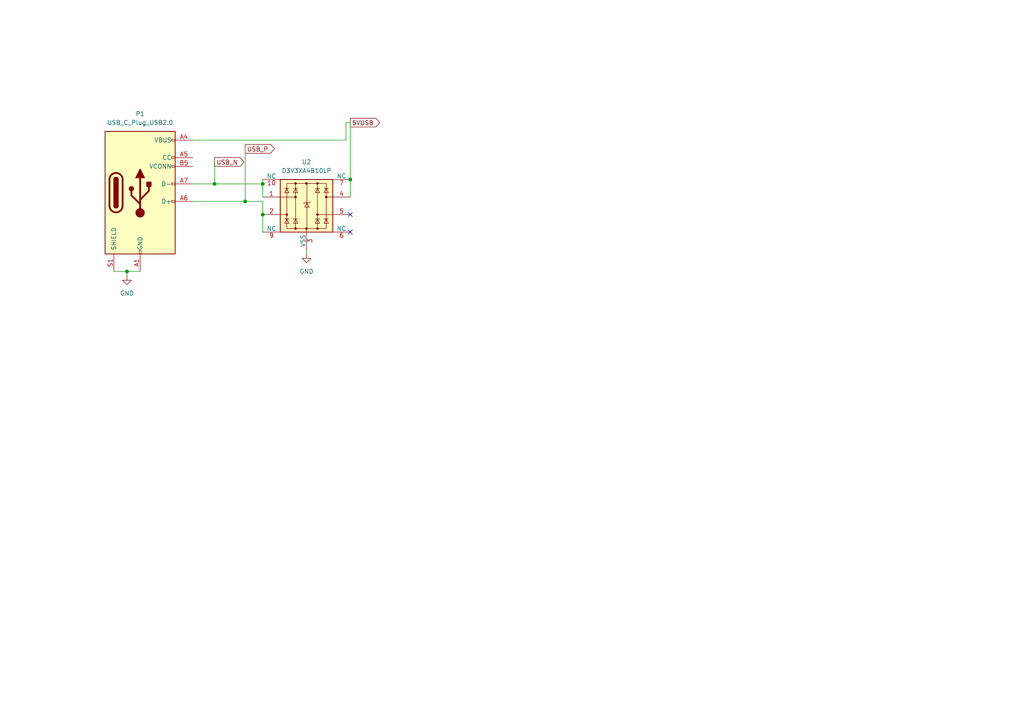
<source format=kicad_sch>
(kicad_sch
	(version 20231120)
	(generator "eeschema")
	(generator_version "8.0")
	(uuid "ae7d1ef1-cad0-4a43-b76d-450695bfb3d5")
	(paper "A4")
	(lib_symbols
		(symbol "Connector:USB_C_Plug_USB2.0"
			(pin_names
				(offset 1.016)
			)
			(exclude_from_sim no)
			(in_bom yes)
			(on_board yes)
			(property "Reference" "P"
				(at -10.16 19.05 0)
				(effects
					(font
						(size 1.27 1.27)
					)
					(justify left)
				)
			)
			(property "Value" "USB_C_Plug_USB2.0"
				(at 12.7 19.05 0)
				(effects
					(font
						(size 1.27 1.27)
					)
					(justify right)
				)
			)
			(property "Footprint" ""
				(at 3.81 0 0)
				(effects
					(font
						(size 1.27 1.27)
					)
					(hide yes)
				)
			)
			(property "Datasheet" "https://www.usb.org/sites/default/files/documents/usb_type-c.zip"
				(at 3.81 0 0)
				(effects
					(font
						(size 1.27 1.27)
					)
					(hide yes)
				)
			)
			(property "Description" "USB 2.0-only Type-C Plug connector"
				(at 0 0 0)
				(effects
					(font
						(size 1.27 1.27)
					)
					(hide yes)
				)
			)
			(property "ki_keywords" "usb universal serial bus type-C USB2.0"
				(at 0 0 0)
				(effects
					(font
						(size 1.27 1.27)
					)
					(hide yes)
				)
			)
			(property "ki_fp_filters" "USB*C*Plug*"
				(at 0 0 0)
				(effects
					(font
						(size 1.27 1.27)
					)
					(hide yes)
				)
			)
			(symbol "USB_C_Plug_USB2.0_0_0"
				(rectangle
					(start -0.254 -17.78)
					(end 0.254 -16.764)
					(stroke
						(width 0)
						(type default)
					)
					(fill
						(type none)
					)
				)
				(rectangle
					(start 10.16 -2.286)
					(end 9.144 -2.794)
					(stroke
						(width 0)
						(type default)
					)
					(fill
						(type none)
					)
				)
				(rectangle
					(start 10.16 2.794)
					(end 9.144 2.286)
					(stroke
						(width 0)
						(type default)
					)
					(fill
						(type none)
					)
				)
				(rectangle
					(start 10.16 7.874)
					(end 9.144 7.366)
					(stroke
						(width 0)
						(type default)
					)
					(fill
						(type none)
					)
				)
				(rectangle
					(start 10.16 10.414)
					(end 9.144 9.906)
					(stroke
						(width 0)
						(type default)
					)
					(fill
						(type none)
					)
				)
				(rectangle
					(start 10.16 15.494)
					(end 9.144 14.986)
					(stroke
						(width 0)
						(type default)
					)
					(fill
						(type none)
					)
				)
			)
			(symbol "USB_C_Plug_USB2.0_0_1"
				(rectangle
					(start -10.16 17.78)
					(end 10.16 -17.78)
					(stroke
						(width 0.254)
						(type default)
					)
					(fill
						(type background)
					)
				)
				(arc
					(start -8.89 -3.81)
					(mid -6.985 -5.7067)
					(end -5.08 -3.81)
					(stroke
						(width 0.508)
						(type default)
					)
					(fill
						(type none)
					)
				)
				(arc
					(start -7.62 -3.81)
					(mid -6.985 -4.4423)
					(end -6.35 -3.81)
					(stroke
						(width 0.254)
						(type default)
					)
					(fill
						(type none)
					)
				)
				(arc
					(start -7.62 -3.81)
					(mid -6.985 -4.4423)
					(end -6.35 -3.81)
					(stroke
						(width 0.254)
						(type default)
					)
					(fill
						(type outline)
					)
				)
				(rectangle
					(start -7.62 -3.81)
					(end -6.35 3.81)
					(stroke
						(width 0.254)
						(type default)
					)
					(fill
						(type outline)
					)
				)
				(arc
					(start -6.35 3.81)
					(mid -6.985 4.4423)
					(end -7.62 3.81)
					(stroke
						(width 0.254)
						(type default)
					)
					(fill
						(type none)
					)
				)
				(arc
					(start -6.35 3.81)
					(mid -6.985 4.4423)
					(end -7.62 3.81)
					(stroke
						(width 0.254)
						(type default)
					)
					(fill
						(type outline)
					)
				)
				(arc
					(start -5.08 3.81)
					(mid -6.985 5.7067)
					(end -8.89 3.81)
					(stroke
						(width 0.508)
						(type default)
					)
					(fill
						(type none)
					)
				)
				(circle
					(center -2.54 1.143)
					(radius 0.635)
					(stroke
						(width 0.254)
						(type default)
					)
					(fill
						(type outline)
					)
				)
				(circle
					(center 0 -5.842)
					(radius 1.27)
					(stroke
						(width 0)
						(type default)
					)
					(fill
						(type outline)
					)
				)
				(polyline
					(pts
						(xy -8.89 -3.81) (xy -8.89 3.81)
					)
					(stroke
						(width 0.508)
						(type default)
					)
					(fill
						(type none)
					)
				)
				(polyline
					(pts
						(xy -5.08 3.81) (xy -5.08 -3.81)
					)
					(stroke
						(width 0.508)
						(type default)
					)
					(fill
						(type none)
					)
				)
				(polyline
					(pts
						(xy 0 -5.842) (xy 0 4.318)
					)
					(stroke
						(width 0.508)
						(type default)
					)
					(fill
						(type none)
					)
				)
				(polyline
					(pts
						(xy 0 -3.302) (xy -2.54 -0.762) (xy -2.54 0.508)
					)
					(stroke
						(width 0.508)
						(type default)
					)
					(fill
						(type none)
					)
				)
				(polyline
					(pts
						(xy 0 -2.032) (xy 2.54 0.508) (xy 2.54 1.778)
					)
					(stroke
						(width 0.508)
						(type default)
					)
					(fill
						(type none)
					)
				)
				(polyline
					(pts
						(xy -1.27 4.318) (xy 0 6.858) (xy 1.27 4.318) (xy -1.27 4.318)
					)
					(stroke
						(width 0.254)
						(type default)
					)
					(fill
						(type outline)
					)
				)
				(rectangle
					(start 1.905 1.778)
					(end 3.175 3.048)
					(stroke
						(width 0.254)
						(type default)
					)
					(fill
						(type outline)
					)
				)
			)
			(symbol "USB_C_Plug_USB2.0_1_1"
				(pin passive line
					(at 0 -22.86 90)
					(length 5.08)
					(name "GND"
						(effects
							(font
								(size 1.27 1.27)
							)
						)
					)
					(number "A1"
						(effects
							(font
								(size 1.27 1.27)
							)
						)
					)
				)
				(pin passive line
					(at 0 -22.86 90)
					(length 5.08) hide
					(name "GND"
						(effects
							(font
								(size 1.27 1.27)
							)
						)
					)
					(number "A12"
						(effects
							(font
								(size 1.27 1.27)
							)
						)
					)
				)
				(pin passive line
					(at 15.24 15.24 180)
					(length 5.08)
					(name "VBUS"
						(effects
							(font
								(size 1.27 1.27)
							)
						)
					)
					(number "A4"
						(effects
							(font
								(size 1.27 1.27)
							)
						)
					)
				)
				(pin bidirectional line
					(at 15.24 10.16 180)
					(length 5.08)
					(name "CC"
						(effects
							(font
								(size 1.27 1.27)
							)
						)
					)
					(number "A5"
						(effects
							(font
								(size 1.27 1.27)
							)
						)
					)
				)
				(pin bidirectional line
					(at 15.24 -2.54 180)
					(length 5.08)
					(name "D+"
						(effects
							(font
								(size 1.27 1.27)
							)
						)
					)
					(number "A6"
						(effects
							(font
								(size 1.27 1.27)
							)
						)
					)
				)
				(pin bidirectional line
					(at 15.24 2.54 180)
					(length 5.08)
					(name "D-"
						(effects
							(font
								(size 1.27 1.27)
							)
						)
					)
					(number "A7"
						(effects
							(font
								(size 1.27 1.27)
							)
						)
					)
				)
				(pin passive line
					(at 15.24 15.24 180)
					(length 5.08) hide
					(name "VBUS"
						(effects
							(font
								(size 1.27 1.27)
							)
						)
					)
					(number "A9"
						(effects
							(font
								(size 1.27 1.27)
							)
						)
					)
				)
				(pin passive line
					(at 0 -22.86 90)
					(length 5.08) hide
					(name "GND"
						(effects
							(font
								(size 1.27 1.27)
							)
						)
					)
					(number "B1"
						(effects
							(font
								(size 1.27 1.27)
							)
						)
					)
				)
				(pin passive line
					(at 0 -22.86 90)
					(length 5.08) hide
					(name "GND"
						(effects
							(font
								(size 1.27 1.27)
							)
						)
					)
					(number "B12"
						(effects
							(font
								(size 1.27 1.27)
							)
						)
					)
				)
				(pin passive line
					(at 15.24 15.24 180)
					(length 5.08) hide
					(name "VBUS"
						(effects
							(font
								(size 1.27 1.27)
							)
						)
					)
					(number "B4"
						(effects
							(font
								(size 1.27 1.27)
							)
						)
					)
				)
				(pin bidirectional line
					(at 15.24 7.62 180)
					(length 5.08)
					(name "VCONN"
						(effects
							(font
								(size 1.27 1.27)
							)
						)
					)
					(number "B5"
						(effects
							(font
								(size 1.27 1.27)
							)
						)
					)
				)
				(pin passive line
					(at 15.24 15.24 180)
					(length 5.08) hide
					(name "VBUS"
						(effects
							(font
								(size 1.27 1.27)
							)
						)
					)
					(number "B9"
						(effects
							(font
								(size 1.27 1.27)
							)
						)
					)
				)
				(pin passive line
					(at -7.62 -22.86 90)
					(length 5.08)
					(name "SHIELD"
						(effects
							(font
								(size 1.27 1.27)
							)
						)
					)
					(number "S1"
						(effects
							(font
								(size 1.27 1.27)
							)
						)
					)
				)
			)
		)
		(symbol "Power_Protection:D3V3XA4B10LP"
			(pin_names
				(offset 0)
			)
			(exclude_from_sim no)
			(in_bom yes)
			(on_board yes)
			(property "Reference" "U"
				(at -0.635 8.89 0)
				(effects
					(font
						(size 1.27 1.27)
					)
				)
			)
			(property "Value" "D3V3XA4B10LP"
				(at 8.89 -10.16 0)
				(effects
					(font
						(size 1.27 1.27)
					)
				)
			)
			(property "Footprint" "Package_DFN_QFN:Diodes_UDFN-10_1.0x2.5mm_P0.5mm"
				(at -24.13 -10.16 0)
				(effects
					(font
						(size 1.27 1.27)
					)
					(hide yes)
				)
			)
			(property "Datasheet" "https://www.diodes.com/assets/Datasheets/D3V3XA4B10LP.pdf"
				(at 0 0 0)
				(effects
					(font
						(size 1.27 1.27)
					)
					(hide yes)
				)
			)
			(property "Description" "4-Channel Low Capacitance TVS Diode Array, DFN-10"
				(at 0 0 0)
				(effects
					(font
						(size 1.27 1.27)
					)
					(hide yes)
				)
			)
			(property "ki_keywords" "ESD protection TVS"
				(at 0 0 0)
				(effects
					(font
						(size 1.27 1.27)
					)
					(hide yes)
				)
			)
			(property "ki_fp_filters" "Diodes*UDFN*1.0x2.5mm*P0.5mm*"
				(at 0 0 0)
				(effects
					(font
						(size 1.27 1.27)
					)
					(hide yes)
				)
			)
			(symbol "D3V3XA4B10LP_0_0"
				(rectangle
					(start -5.715 6.477)
					(end 5.715 -6.604)
					(stroke
						(width 0)
						(type default)
					)
					(fill
						(type none)
					)
				)
				(polyline
					(pts
						(xy -3.175 -6.604) (xy -3.175 6.477)
					)
					(stroke
						(width 0)
						(type default)
					)
					(fill
						(type none)
					)
				)
				(polyline
					(pts
						(xy 0.127 6.477) (xy 0.127 -6.604)
					)
					(stroke
						(width 0)
						(type default)
					)
					(fill
						(type none)
					)
				)
				(polyline
					(pts
						(xy 3.175 6.477) (xy 3.175 -6.604)
					)
					(stroke
						(width 0)
						(type default)
					)
					(fill
						(type none)
					)
				)
			)
			(symbol "D3V3XA4B10LP_0_1"
				(rectangle
					(start -7.62 7.62)
					(end 7.62 -7.62)
					(stroke
						(width 0.254)
						(type default)
					)
					(fill
						(type background)
					)
				)
				(circle
					(center -5.715 -2.54)
					(radius 0.2794)
					(stroke
						(width 0)
						(type default)
					)
					(fill
						(type outline)
					)
				)
				(circle
					(center -3.175 -6.604)
					(radius 0.2794)
					(stroke
						(width 0)
						(type default)
					)
					(fill
						(type outline)
					)
				)
				(circle
					(center -3.175 2.54)
					(radius 0.2794)
					(stroke
						(width 0)
						(type default)
					)
					(fill
						(type outline)
					)
				)
				(circle
					(center -3.175 6.477)
					(radius 0.2794)
					(stroke
						(width 0)
						(type default)
					)
					(fill
						(type outline)
					)
				)
				(circle
					(center 0 -6.604)
					(radius 0.2794)
					(stroke
						(width 0)
						(type default)
					)
					(fill
						(type outline)
					)
				)
				(polyline
					(pts
						(xy -7.747 2.54) (xy -3.175 2.54)
					)
					(stroke
						(width 0)
						(type default)
					)
					(fill
						(type none)
					)
				)
				(polyline
					(pts
						(xy -7.62 -2.54) (xy -5.715 -2.54)
					)
					(stroke
						(width 0)
						(type default)
					)
					(fill
						(type none)
					)
				)
				(polyline
					(pts
						(xy -5.08 -3.81) (xy -6.35 -3.81)
					)
					(stroke
						(width 0)
						(type default)
					)
					(fill
						(type none)
					)
				)
				(polyline
					(pts
						(xy -5.08 5.08) (xy -6.35 5.08)
					)
					(stroke
						(width 0)
						(type default)
					)
					(fill
						(type none)
					)
				)
				(polyline
					(pts
						(xy -2.54 -3.81) (xy -3.81 -3.81)
					)
					(stroke
						(width 0)
						(type default)
					)
					(fill
						(type none)
					)
				)
				(polyline
					(pts
						(xy -2.54 5.08) (xy -3.81 5.08)
					)
					(stroke
						(width 0)
						(type default)
					)
					(fill
						(type none)
					)
				)
				(polyline
					(pts
						(xy -0.508 0.889) (xy -0.889 0.635)
					)
					(stroke
						(width 0)
						(type default)
					)
					(fill
						(type none)
					)
				)
				(polyline
					(pts
						(xy 0 -6.604) (xy 0 -7.62)
					)
					(stroke
						(width 0)
						(type default)
					)
					(fill
						(type none)
					)
				)
				(polyline
					(pts
						(xy 0.762 0.889) (xy -0.508 0.889)
					)
					(stroke
						(width 0)
						(type default)
					)
					(fill
						(type none)
					)
				)
				(polyline
					(pts
						(xy 0.762 0.889) (xy 1.143 1.143)
					)
					(stroke
						(width 0)
						(type default)
					)
					(fill
						(type none)
					)
				)
				(polyline
					(pts
						(xy 3.81 -3.81) (xy 2.54 -3.81)
					)
					(stroke
						(width 0)
						(type default)
					)
					(fill
						(type none)
					)
				)
				(polyline
					(pts
						(xy 3.81 5.08) (xy 2.54 5.08)
					)
					(stroke
						(width 0)
						(type default)
					)
					(fill
						(type none)
					)
				)
				(polyline
					(pts
						(xy 6.35 -3.81) (xy 5.08 -3.81)
					)
					(stroke
						(width 0)
						(type default)
					)
					(fill
						(type none)
					)
				)
				(polyline
					(pts
						(xy 6.35 5.08) (xy 5.08 5.08)
					)
					(stroke
						(width 0)
						(type default)
					)
					(fill
						(type none)
					)
				)
				(polyline
					(pts
						(xy 7.62 -2.54) (xy 3.175 -2.54)
					)
					(stroke
						(width 0)
						(type default)
					)
					(fill
						(type none)
					)
				)
				(polyline
					(pts
						(xy 7.62 2.54) (xy 5.715 2.54)
					)
					(stroke
						(width 0)
						(type default)
					)
					(fill
						(type none)
					)
				)
				(polyline
					(pts
						(xy -5.08 -5.08) (xy -6.35 -5.08) (xy -5.715 -3.81) (xy -5.08 -5.08)
					)
					(stroke
						(width 0)
						(type default)
					)
					(fill
						(type none)
					)
				)
				(polyline
					(pts
						(xy -5.08 3.81) (xy -6.35 3.81) (xy -5.715 5.08) (xy -5.08 3.81)
					)
					(stroke
						(width 0)
						(type default)
					)
					(fill
						(type none)
					)
				)
				(polyline
					(pts
						(xy -2.54 -5.08) (xy -3.81 -5.08) (xy -3.175 -3.81) (xy -2.54 -5.08)
					)
					(stroke
						(width 0)
						(type default)
					)
					(fill
						(type none)
					)
				)
				(polyline
					(pts
						(xy -2.54 3.81) (xy -3.81 3.81) (xy -3.175 5.08) (xy -2.54 3.81)
					)
					(stroke
						(width 0)
						(type default)
					)
					(fill
						(type none)
					)
				)
				(polyline
					(pts
						(xy 0.762 -0.381) (xy -0.508 -0.381) (xy 0.127 0.889) (xy 0.762 -0.381)
					)
					(stroke
						(width 0)
						(type default)
					)
					(fill
						(type none)
					)
				)
				(polyline
					(pts
						(xy 3.81 -5.08) (xy 2.54 -5.08) (xy 3.175 -3.81) (xy 3.81 -5.08)
					)
					(stroke
						(width 0)
						(type default)
					)
					(fill
						(type none)
					)
				)
				(polyline
					(pts
						(xy 3.81 3.81) (xy 2.54 3.81) (xy 3.175 5.08) (xy 3.81 3.81)
					)
					(stroke
						(width 0)
						(type default)
					)
					(fill
						(type none)
					)
				)
				(polyline
					(pts
						(xy 6.35 -5.08) (xy 5.08 -5.08) (xy 5.715 -3.81) (xy 6.35 -5.08)
					)
					(stroke
						(width 0)
						(type default)
					)
					(fill
						(type none)
					)
				)
				(polyline
					(pts
						(xy 6.35 3.81) (xy 5.08 3.81) (xy 5.715 5.08) (xy 6.35 3.81)
					)
					(stroke
						(width 0)
						(type default)
					)
					(fill
						(type none)
					)
				)
				(circle
					(center 0 6.477)
					(radius 0.2794)
					(stroke
						(width 0)
						(type default)
					)
					(fill
						(type outline)
					)
				)
				(circle
					(center 3.175 -6.604)
					(radius 0.2794)
					(stroke
						(width 0)
						(type default)
					)
					(fill
						(type outline)
					)
				)
				(circle
					(center 3.175 -2.54)
					(radius 0.2794)
					(stroke
						(width 0)
						(type default)
					)
					(fill
						(type outline)
					)
				)
				(circle
					(center 3.175 6.477)
					(radius 0.2794)
					(stroke
						(width 0)
						(type default)
					)
					(fill
						(type outline)
					)
				)
				(circle
					(center 5.715 2.54)
					(radius 0.2794)
					(stroke
						(width 0)
						(type default)
					)
					(fill
						(type outline)
					)
				)
			)
			(symbol "D3V3XA4B10LP_1_1"
				(pin passive line
					(at -12.7 2.54 0)
					(length 5.08)
					(name "~"
						(effects
							(font
								(size 1.27 1.27)
							)
						)
					)
					(number "1"
						(effects
							(font
								(size 1.27 1.27)
							)
						)
					)
				)
				(pin free line
					(at -12.7 7.62 0)
					(length 5.08)
					(name "NC"
						(effects
							(font
								(size 1.27 1.27)
							)
						)
					)
					(number "10"
						(effects
							(font
								(size 1.27 1.27)
							)
						)
					)
				)
				(pin passive line
					(at -12.7 -2.54 0)
					(length 5.08)
					(name "~"
						(effects
							(font
								(size 1.27 1.27)
							)
						)
					)
					(number "2"
						(effects
							(font
								(size 1.27 1.27)
							)
						)
					)
				)
				(pin power_in line
					(at 0 -12.7 90)
					(length 5.08)
					(name "VSS"
						(effects
							(font
								(size 1.27 1.27)
							)
						)
					)
					(number "3"
						(effects
							(font
								(size 1.27 1.27)
							)
						)
					)
				)
				(pin passive line
					(at 12.7 2.54 180)
					(length 5.08)
					(name "~"
						(effects
							(font
								(size 1.27 1.27)
							)
						)
					)
					(number "4"
						(effects
							(font
								(size 1.27 1.27)
							)
						)
					)
				)
				(pin passive line
					(at 12.7 -2.54 180)
					(length 5.08)
					(name "~"
						(effects
							(font
								(size 1.27 1.27)
							)
						)
					)
					(number "5"
						(effects
							(font
								(size 1.27 1.27)
							)
						)
					)
				)
				(pin free line
					(at 12.7 -7.62 180)
					(length 5.08)
					(name "NC"
						(effects
							(font
								(size 1.27 1.27)
							)
						)
					)
					(number "6"
						(effects
							(font
								(size 1.27 1.27)
							)
						)
					)
				)
				(pin free line
					(at 12.7 7.62 180)
					(length 5.08)
					(name "NC"
						(effects
							(font
								(size 1.27 1.27)
							)
						)
					)
					(number "7"
						(effects
							(font
								(size 1.27 1.27)
							)
						)
					)
				)
				(pin passive line
					(at 0 -12.7 90)
					(length 5.08) hide
					(name "VSS"
						(effects
							(font
								(size 1.27 1.27)
							)
						)
					)
					(number "8"
						(effects
							(font
								(size 1.27 1.27)
							)
						)
					)
				)
				(pin free line
					(at -12.7 -7.62 0)
					(length 5.08)
					(name "NC"
						(effects
							(font
								(size 1.27 1.27)
							)
						)
					)
					(number "9"
						(effects
							(font
								(size 1.27 1.27)
							)
						)
					)
				)
			)
		)
		(symbol "power:GND"
			(power)
			(pin_numbers hide)
			(pin_names
				(offset 0) hide)
			(exclude_from_sim no)
			(in_bom yes)
			(on_board yes)
			(property "Reference" "#PWR"
				(at 0 -6.35 0)
				(effects
					(font
						(size 1.27 1.27)
					)
					(hide yes)
				)
			)
			(property "Value" "GND"
				(at 0 -3.81 0)
				(effects
					(font
						(size 1.27 1.27)
					)
				)
			)
			(property "Footprint" ""
				(at 0 0 0)
				(effects
					(font
						(size 1.27 1.27)
					)
					(hide yes)
				)
			)
			(property "Datasheet" ""
				(at 0 0 0)
				(effects
					(font
						(size 1.27 1.27)
					)
					(hide yes)
				)
			)
			(property "Description" "Power symbol creates a global label with name \"GND\" , ground"
				(at 0 0 0)
				(effects
					(font
						(size 1.27 1.27)
					)
					(hide yes)
				)
			)
			(property "ki_keywords" "global power"
				(at 0 0 0)
				(effects
					(font
						(size 1.27 1.27)
					)
					(hide yes)
				)
			)
			(symbol "GND_0_1"
				(polyline
					(pts
						(xy 0 0) (xy 0 -1.27) (xy 1.27 -1.27) (xy 0 -2.54) (xy -1.27 -1.27) (xy 0 -1.27)
					)
					(stroke
						(width 0)
						(type default)
					)
					(fill
						(type none)
					)
				)
			)
			(symbol "GND_1_1"
				(pin power_in line
					(at 0 0 270)
					(length 0)
					(name "~"
						(effects
							(font
								(size 1.27 1.27)
							)
						)
					)
					(number "1"
						(effects
							(font
								(size 1.27 1.27)
							)
						)
					)
				)
			)
		)
	)
	(junction
		(at 71.12 58.42)
		(diameter 0)
		(color 0 0 0 0)
		(uuid "01032871-2d50-4e59-8574-411c49b33f8c")
	)
	(junction
		(at 62.23 53.34)
		(diameter 0)
		(color 0 0 0 0)
		(uuid "09123b82-2b6c-48f4-abda-6498c55aa9a0")
	)
	(junction
		(at 36.83 78.74)
		(diameter 0)
		(color 0 0 0 0)
		(uuid "3ca908f0-1784-4e45-8eb2-d3e281ea5e74")
	)
	(junction
		(at 76.2 62.23)
		(diameter 0)
		(color 0 0 0 0)
		(uuid "4958f7f1-7466-4332-bde8-41d561a91490")
	)
	(junction
		(at 101.6 52.07)
		(diameter 0)
		(color 0 0 0 0)
		(uuid "7f561f20-093f-4a3f-85db-1cfbf2978608")
	)
	(junction
		(at 76.2 53.34)
		(diameter 0)
		(color 0 0 0 0)
		(uuid "feb292eb-b81d-4622-82e4-ef64b6391bce")
	)
	(no_connect
		(at 101.6 67.31)
		(uuid "21efd709-4e8e-4aeb-afd7-bfa41f0d068b")
	)
	(no_connect
		(at 101.6 62.23)
		(uuid "5f0e7f10-8472-4c3b-8aad-5b461bb9ff41")
	)
	(wire
		(pts
			(xy 36.83 78.74) (xy 40.64 78.74)
		)
		(stroke
			(width 0)
			(type default)
		)
		(uuid "00b1b776-f709-4fc5-b119-272ec1c10716")
	)
	(wire
		(pts
			(xy 36.83 78.74) (xy 36.83 80.01)
		)
		(stroke
			(width 0)
			(type default)
		)
		(uuid "2374b2a2-211a-42d8-b2c2-9570dec9bd82")
	)
	(wire
		(pts
			(xy 100.33 35.56) (xy 100.33 40.64)
		)
		(stroke
			(width 0)
			(type default)
		)
		(uuid "2fa7ce7a-1dcc-47be-b701-e8360d2ba4c1")
	)
	(wire
		(pts
			(xy 71.12 58.42) (xy 71.12 43.18)
		)
		(stroke
			(width 0)
			(type default)
		)
		(uuid "3ddbe9d0-2f96-494b-8f8f-a6fac9da5603")
	)
	(wire
		(pts
			(xy 55.88 58.42) (xy 71.12 58.42)
		)
		(stroke
			(width 0)
			(type default)
		)
		(uuid "5085b097-cf11-49d8-b03e-9226a7e7d2b0")
	)
	(wire
		(pts
			(xy 33.02 78.74) (xy 36.83 78.74)
		)
		(stroke
			(width 0)
			(type default)
		)
		(uuid "5c5390d6-d270-4861-bc74-e5b3298b237a")
	)
	(wire
		(pts
			(xy 76.2 53.34) (xy 76.2 57.15)
		)
		(stroke
			(width 0)
			(type default)
		)
		(uuid "62a62245-04ad-4f0a-9885-395081e68577")
	)
	(wire
		(pts
			(xy 71.12 58.42) (xy 76.2 58.42)
		)
		(stroke
			(width 0)
			(type default)
		)
		(uuid "786cf450-1538-4aec-91ec-869830c8195e")
	)
	(wire
		(pts
			(xy 100.33 35.56) (xy 101.6 35.56)
		)
		(stroke
			(width 0)
			(type default)
		)
		(uuid "7df00fe4-3b71-462b-908e-6124e21ad103")
	)
	(wire
		(pts
			(xy 100.33 40.64) (xy 55.88 40.64)
		)
		(stroke
			(width 0)
			(type default)
		)
		(uuid "8e174224-4a33-4032-a32d-37d1509ce147")
	)
	(wire
		(pts
			(xy 101.6 35.56) (xy 101.6 52.07)
		)
		(stroke
			(width 0)
			(type default)
		)
		(uuid "8e19cb09-9fe6-4a48-aa97-fdf2dd66cb58")
	)
	(wire
		(pts
			(xy 76.2 62.23) (xy 76.2 67.31)
		)
		(stroke
			(width 0)
			(type default)
		)
		(uuid "90d5528a-4413-4cd5-bcae-0021f3acf805")
	)
	(wire
		(pts
			(xy 62.23 53.34) (xy 76.2 53.34)
		)
		(stroke
			(width 0)
			(type default)
		)
		(uuid "9c0a5e74-06f8-4f99-90a7-7f4aec2dc816")
	)
	(wire
		(pts
			(xy 76.2 58.42) (xy 76.2 62.23)
		)
		(stroke
			(width 0)
			(type default)
		)
		(uuid "aad4d489-750b-4127-b7dd-d98eacef2e98")
	)
	(wire
		(pts
			(xy 62.23 53.34) (xy 62.23 46.99)
		)
		(stroke
			(width 0)
			(type default)
		)
		(uuid "abcda966-37ab-4c56-9076-7a0f49c9a1fe")
	)
	(wire
		(pts
			(xy 101.6 52.07) (xy 101.6 57.15)
		)
		(stroke
			(width 0)
			(type default)
		)
		(uuid "cd138500-ad49-4c2b-93b4-8f15d9871ed8")
	)
	(wire
		(pts
			(xy 88.9 72.39) (xy 88.9 73.66)
		)
		(stroke
			(width 0)
			(type default)
		)
		(uuid "d0998d74-c3fa-4096-ab70-3d687396fa5a")
	)
	(wire
		(pts
			(xy 76.2 52.07) (xy 76.2 53.34)
		)
		(stroke
			(width 0)
			(type default)
		)
		(uuid "f1ff995b-4600-40d4-8984-f76686e82bbf")
	)
	(wire
		(pts
			(xy 55.88 53.34) (xy 62.23 53.34)
		)
		(stroke
			(width 0)
			(type default)
		)
		(uuid "fd962ddd-6836-492d-861b-4eae363c545b")
	)
	(global_label "USB_P"
		(shape output)
		(at 71.12 43.18 0)
		(fields_autoplaced yes)
		(effects
			(font
				(size 1.27 1.27)
			)
			(justify left)
		)
		(uuid "7e80c09f-e5d8-4eef-8c80-fd66c520d062")
		(property "Intersheetrefs" "${INTERSHEET_REFS}"
			(at 80.1528 43.18 0)
			(effects
				(font
					(size 1.27 1.27)
				)
				(justify left)
				(hide yes)
			)
		)
	)
	(global_label "5VUSB"
		(shape output)
		(at 101.6 35.56 0)
		(fields_autoplaced yes)
		(effects
			(font
				(size 1.27 1.27)
			)
			(justify left)
		)
		(uuid "ecebf781-7b86-4bfa-b80f-dd5884919273")
		(property "Intersheetrefs" "${INTERSHEET_REFS}"
			(at 110.6933 35.56 0)
			(effects
				(font
					(size 1.27 1.27)
				)
				(justify left)
				(hide yes)
			)
		)
	)
	(global_label "USB_N"
		(shape output)
		(at 62.23 46.99 0)
		(fields_autoplaced yes)
		(effects
			(font
				(size 1.27 1.27)
			)
			(justify left)
		)
		(uuid "f3a45a67-3e3c-4a2e-b32f-823667f7114f")
		(property "Intersheetrefs" "${INTERSHEET_REFS}"
			(at 71.3233 46.99 0)
			(effects
				(font
					(size 1.27 1.27)
				)
				(justify left)
				(hide yes)
			)
		)
	)
	(symbol
		(lib_id "Power_Protection:D3V3XA4B10LP")
		(at 88.9 59.69 0)
		(unit 1)
		(exclude_from_sim no)
		(in_bom yes)
		(on_board yes)
		(dnp no)
		(fields_autoplaced yes)
		(uuid "3291b0f9-631b-43bc-89fb-be21ccb7b850")
		(property "Reference" "U2"
			(at 88.9 46.99 0)
			(effects
				(font
					(size 1.27 1.27)
				)
			)
		)
		(property "Value" "D3V3XA4B10LP"
			(at 88.9 49.53 0)
			(effects
				(font
					(size 1.27 1.27)
				)
			)
		)
		(property "Footprint" "Package_DFN_QFN:Diodes_UDFN-10_1.0x2.5mm_P0.5mm"
			(at 64.77 69.85 0)
			(effects
				(font
					(size 1.27 1.27)
				)
				(hide yes)
			)
		)
		(property "Datasheet" "https://www.diodes.com/assets/Datasheets/D3V3XA4B10LP.pdf"
			(at 88.9 59.69 0)
			(effects
				(font
					(size 1.27 1.27)
				)
				(hide yes)
			)
		)
		(property "Description" "4-Channel Low Capacitance TVS Diode Array, DFN-10"
			(at 88.9 59.69 0)
			(effects
				(font
					(size 1.27 1.27)
				)
				(hide yes)
			)
		)
		(pin "8"
			(uuid "681a2ac3-5e03-442f-b956-3715687767ea")
		)
		(pin "10"
			(uuid "24497601-59e5-40b4-8379-ba41de9d1666")
		)
		(pin "9"
			(uuid "54d499bb-55bb-4055-a986-343808da617f")
		)
		(pin "3"
			(uuid "7a14ad83-fda4-45ad-a7af-837d85d48ae5")
		)
		(pin "2"
			(uuid "cd3feddd-3c2f-49d2-acfc-4cae99a09b38")
		)
		(pin "4"
			(uuid "d8c38a2a-e383-407d-8a36-77311789c02c")
		)
		(pin "7"
			(uuid "4288f2cf-9b7d-4868-a3b9-16b42e21816d")
		)
		(pin "1"
			(uuid "b37f715f-7ab2-41c4-af63-47f93786437a")
		)
		(pin "5"
			(uuid "f03b3b90-3e5e-45e5-b210-fe91acb0b51f")
		)
		(pin "6"
			(uuid "7cd2f0e6-d626-40f0-b83a-0603c0e49444")
		)
		(instances
			(project "user_interface"
				(path "/dbda6aa2-3363-4ad8-9dd3-3dafe4c2ad57/51910a8c-c6d8-4329-be33-f5120616fac1"
					(reference "U2")
					(unit 1)
				)
			)
		)
	)
	(symbol
		(lib_id "power:GND")
		(at 36.83 80.01 0)
		(unit 1)
		(exclude_from_sim no)
		(in_bom yes)
		(on_board yes)
		(dnp no)
		(fields_autoplaced yes)
		(uuid "5f1b9ad7-8f0e-4aed-9aa1-25607bb07818")
		(property "Reference" "#PWR03"
			(at 36.83 86.36 0)
			(effects
				(font
					(size 1.27 1.27)
				)
				(hide yes)
			)
		)
		(property "Value" "GND"
			(at 36.83 85.09 0)
			(effects
				(font
					(size 1.27 1.27)
				)
			)
		)
		(property "Footprint" ""
			(at 36.83 80.01 0)
			(effects
				(font
					(size 1.27 1.27)
				)
				(hide yes)
			)
		)
		(property "Datasheet" ""
			(at 36.83 80.01 0)
			(effects
				(font
					(size 1.27 1.27)
				)
				(hide yes)
			)
		)
		(property "Description" "Power symbol creates a global label with name \"GND\" , ground"
			(at 36.83 80.01 0)
			(effects
				(font
					(size 1.27 1.27)
				)
				(hide yes)
			)
		)
		(pin "1"
			(uuid "14e4afe3-adac-4efa-aeba-0e96598a7ffe")
		)
		(instances
			(project "user_interface"
				(path "/dbda6aa2-3363-4ad8-9dd3-3dafe4c2ad57/51910a8c-c6d8-4329-be33-f5120616fac1"
					(reference "#PWR03")
					(unit 1)
				)
			)
		)
	)
	(symbol
		(lib_id "Connector:USB_C_Plug_USB2.0")
		(at 40.64 55.88 0)
		(unit 1)
		(exclude_from_sim no)
		(in_bom yes)
		(on_board yes)
		(dnp no)
		(fields_autoplaced yes)
		(uuid "c71feb6e-7911-46cd-bb00-3d1bd79f9589")
		(property "Reference" "P1"
			(at 40.64 33.02 0)
			(effects
				(font
					(size 1.27 1.27)
				)
			)
		)
		(property "Value" "USB_C_Plug_USB2.0"
			(at 40.64 35.56 0)
			(effects
				(font
					(size 1.27 1.27)
				)
			)
		)
		(property "Footprint" "Connector_USB:USB_C_Receptacle_GCT_USB4085"
			(at 44.45 55.88 0)
			(effects
				(font
					(size 1.27 1.27)
				)
				(hide yes)
			)
		)
		(property "Datasheet" "https://www.usb.org/sites/default/files/documents/usb_type-c.zip"
			(at 44.45 55.88 0)
			(effects
				(font
					(size 1.27 1.27)
				)
				(hide yes)
			)
		)
		(property "Description" "USB 2.0-only Type-C Plug connector"
			(at 40.64 55.88 0)
			(effects
				(font
					(size 1.27 1.27)
				)
				(hide yes)
			)
		)
		(pin "A12"
			(uuid "ae7265da-25c4-48f4-857b-957854a6e541")
		)
		(pin "B1"
			(uuid "8435d5a3-fcd2-4a1a-baa2-47fe7e04ccb3")
		)
		(pin "A6"
			(uuid "2257a0ac-2859-473d-89c4-ee45644deaea")
		)
		(pin "A1"
			(uuid "b0ca47e6-eab6-49ef-9896-93ac4efa5022")
		)
		(pin "A4"
			(uuid "0705f0da-943d-4036-8f87-8b207ce30f21")
		)
		(pin "A9"
			(uuid "8ad0a8cf-b839-49c7-bfcb-2f82f6d1b6cb")
		)
		(pin "A7"
			(uuid "92e89bc1-b938-4ea8-bf3d-cc58e3c8f691")
		)
		(pin "B12"
			(uuid "ad72c91c-bcde-43bb-8950-54e3cbfc4b7a")
		)
		(pin "B9"
			(uuid "32c27df4-b650-407b-8014-d1f6f2f6a869")
		)
		(pin "B5"
			(uuid "fe008998-38d4-4ecc-bcae-91681b9ddf51")
		)
		(pin "B4"
			(uuid "59d2f154-1252-47c8-ba8e-dffd3357f630")
		)
		(pin "S1"
			(uuid "df3696e4-dd15-4210-bd93-08577ba9aae3")
		)
		(pin "A5"
			(uuid "f2340fda-f1f8-4401-9085-3172c67c6ad8")
		)
		(instances
			(project "user_interface"
				(path "/dbda6aa2-3363-4ad8-9dd3-3dafe4c2ad57/51910a8c-c6d8-4329-be33-f5120616fac1"
					(reference "P1")
					(unit 1)
				)
			)
		)
	)
	(symbol
		(lib_id "power:GND")
		(at 88.9 73.66 0)
		(unit 1)
		(exclude_from_sim no)
		(in_bom yes)
		(on_board yes)
		(dnp no)
		(fields_autoplaced yes)
		(uuid "dc88456e-054d-404d-8397-09dcd05ed769")
		(property "Reference" "#PWR04"
			(at 88.9 80.01 0)
			(effects
				(font
					(size 1.27 1.27)
				)
				(hide yes)
			)
		)
		(property "Value" "GND"
			(at 88.9 78.74 0)
			(effects
				(font
					(size 1.27 1.27)
				)
			)
		)
		(property "Footprint" ""
			(at 88.9 73.66 0)
			(effects
				(font
					(size 1.27 1.27)
				)
				(hide yes)
			)
		)
		(property "Datasheet" ""
			(at 88.9 73.66 0)
			(effects
				(font
					(size 1.27 1.27)
				)
				(hide yes)
			)
		)
		(property "Description" "Power symbol creates a global label with name \"GND\" , ground"
			(at 88.9 73.66 0)
			(effects
				(font
					(size 1.27 1.27)
				)
				(hide yes)
			)
		)
		(pin "1"
			(uuid "56bed2e7-2ce0-456e-be97-85f3da31eec4")
		)
		(instances
			(project "user_interface"
				(path "/dbda6aa2-3363-4ad8-9dd3-3dafe4c2ad57/51910a8c-c6d8-4329-be33-f5120616fac1"
					(reference "#PWR04")
					(unit 1)
				)
			)
		)
	)
)

</source>
